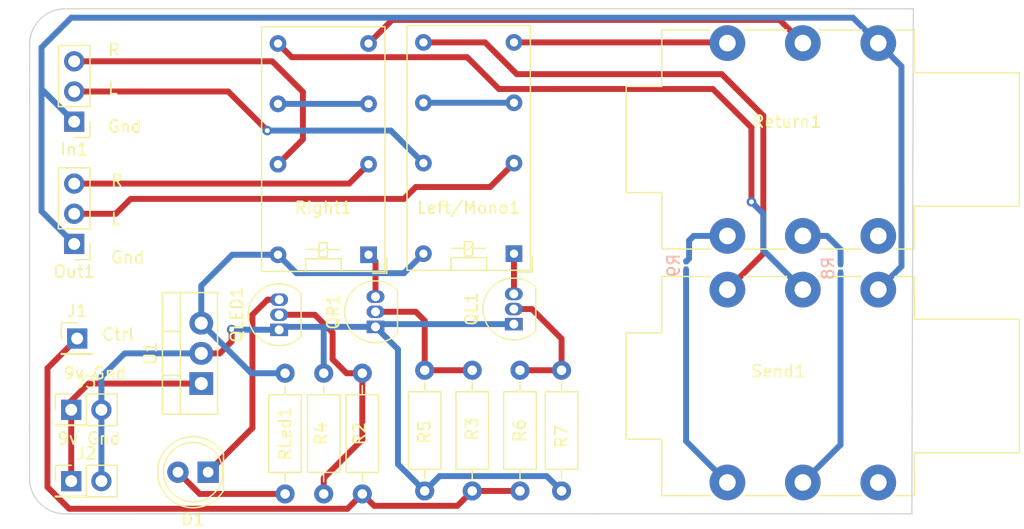
<source format=kicad_pcb>
(kicad_pcb (version 20221018) (generator pcbnew)
  (layers (0 "F.Cu" signal) (31 "B.Cu" signal) (34 "B.Paste" user) (35 "F.Paste" user) (36 "B.SilkS" user "B.Silkscreen") (37 "F.SilkS" user "F.Silkscreen") (38 "B.Mask" user) (39 "F.Mask" user) (44 "Edge.Cuts" user))
  (net 0 "")
  (net 1 "/Control")
  (net 2 "/9V")
  (net 3 "/Ctrl_GND")
  (net 4 "Net-(D1-K)")
  (net 5 "Net-(D1-A)")
  (net 6 "/R_in")
  (net 7 "/L_in")
  (net 8 "/Signal_Gnd")
  (net 9 "/R_out")
  (net 10 "/R_Return")
  (net 11 "/R_send")
  (net 12 "/5V")
  (net 13 "/L_out")
  (net 14 "/L_Return")
  (net 15 "/L_Send")
  (net 16 "Net-(R8-Pad1)")
  (net 17 "Net-(R8-Pad2)")
  (net 18 "Net-(R9-Pad1)")
  (net 19 "Net-(R9-Pad2)")
  (net 22 "Net-(Left/Mono1-Pad11)")
  (net 23 "Net-(Right1-Pad11)")
  (net 24 "Net-(QL1-D)")
  (net 25 "Net-(QL1-G)")
  (net 26 "Net-(QLED1-G)")
  (net 27 "Net-(QR1-G)")
  (net 28 "Net-(QR1-D)")
  (footprint "Connector_Audio:Jack_6.35mm_Neutrik_NMJ6HFD3_Horizontal" (layer "F.Cu") (at 169.475 80.385)
    (fp_text reference "Return1" (at 5.025 6.615) (layer "F.SilkS"))
    (fp_text value "AudioJack3_Switch")
    (fp_line (start -8.52 3.645) (end -5.52 3.645) (stroke (width 0.12)) (layer "F.SilkS"))
    (fp_line (start -8.52 12.545) (end -8.52 3.645) (stroke (width 0.12)) (layer "F.SilkS"))
    (fp_line (start -8.52 12.585) (end -5.52 12.585) (stroke (width 0.12)) (layer "F.SilkS"))
    (fp_line (start -5.52 -1.105) (end -1.4 -1.105) (stroke (width 0.12)) (layer "F.SilkS"))
    (fp_line (start -5.52 3.645) (end -5.52 -1.105) (stroke (width 0.12)) (layer "F.SilkS"))
    (fp_line (start -5.52 17.335) (end -5.52 12.585) (stroke (width 0.12)) (layer "F.SilkS"))
    (fp_line (start -1.4 17.335) (end -5.52 17.335) (stroke (width 0.12)) (layer "F.SilkS"))
    (fp_line (start 1.4 -1.105) (end 5 -1.105) (stroke (width 0.12)) (layer "F.SilkS"))
    (fp_line (start 5 17.335) (end 1.4 17.335) (stroke (width 0.12)) (layer "F.SilkS"))
    (fp_line (start 7.7 -1.105) (end 11.3 -1.105) (stroke (width 0.12)) (layer "F.SilkS"))
    (fp_line (start 11.3 17.335) (end 7.7 17.335) (stroke (width 0.12)) (layer "F.SilkS"))
    (fp_line (start 15.72 -1.105) (end 14.1 -1.105) (stroke (width 0.12)) (layer "F.SilkS"))
    (fp_line (start 15.72 2.495) (end 15.72 -1.105) (stroke (width 0.12)) (layer "F.SilkS"))
    (fp_line (start 15.72 2.495) (end 24.57 2.495) (stroke (width 0.12)) (layer "F.SilkS"))
    (fp_line (start 15.72 13.735) (end 24.57 13.735) (stroke (width 0.12)) (layer "F.SilkS"))
    (fp_line (start 15.72 17.335) (end 14.1 17.335) (stroke (width 0.12)) (layer "F.SilkS"))
    (fp_line (start 15.72 17.335) (end 15.72 13.735) (stroke (width 0.12)) (layer "F.SilkS"))
    (fp_line (start 24.57 13.735) (end 24.57 2.495) (stroke (width 0.12)) (layer "F.SilkS"))
    (pad "R" thru_hole circle (at 6.35 0) (size 3 3) (drill 1.4) (layers "*.Cu" "*.Mask") (net 10 "/R_Return"))
    (pad "RN" thru_hole circle (at 6.35 16.23) (size 3 3) (drill 1.4) (layers "*.Cu" "*.Mask") (net 16 "Net-(R8-Pad1)"))
    (pad "S" thru_hole circle (at 12.7 0) (size 3 3) (drill 1.4) (layers "*.Cu" "*.Mask") (net 8 "/Signal_Gnd"))
    (pad "SN" thru_hole circle (at 12.7 16.23) (size 3 3) (drill 1.4) (layers "*.Cu" "*.Mask"))
    (pad "T" thru_hole circle (at 0 0) (size 3 3) (drill 1.4) (layers "*.Cu" "*.Mask") (net 14 "/L_Return"))
    (pad "TN" thru_hole circle (at 0 16.23) (size 3 3) (drill 1.4) (layers "*.Cu" "*.Mask") (net 18 "Net-(R9-Pad1)"))
  )
  (footprint "Resistor_THT:R_Axial_DIN0207_L6.3mm_D2.5mm_P10.16mm_Horizontal" (layer "F.Cu") (at 155.52 107.92 -90)
    (fp_text reference "R7" (at 5.58 0.02 90) (layer "F.SilkS"))
    (fp_text value "R")
    (fp_line (start 1.04 0) (end 1.81 0) (stroke (width 0.12)) (layer "F.SilkS"))
    (fp_line (start 1.81 -1.37) (end 1.81 1.37) (stroke (width 0.12)) (layer "F.SilkS"))
    (fp_line (start 1.81 1.37) (end 8.35 1.37) (stroke (width 0.12)) (layer "F.SilkS"))
    (fp_line (start 8.35 -1.37) (end 1.81 -1.37) (stroke (width 0.12)) (layer "F.SilkS"))
    (fp_line (start 8.35 1.37) (end 8.35 -1.37) (stroke (width 0.12)) (layer "F.SilkS"))
    (fp_line (start 9.12 0) (end 8.35 0) (stroke (width 0.12)) (layer "F.SilkS"))
    (pad "1" thru_hole circle (at 0 0 270) (size 1.6 1.6) (drill 0.8) (layers "*.Cu" "*.Mask") (net 25 "Net-(QL1-G)"))
    (pad "2" thru_hole oval (at 10.16 0 270) (size 1.6 1.6) (drill 0.8) (layers "*.Cu" "*.Mask") (net 3 "/Ctrl_GND"))
  )
  (footprint "Package_TO_SOT_THT:TO-92_Inline" (layer "F.Cu") (at 151.5 104.04 90)
    (fp_text reference "QL1" (at 1.27 -3.56 90) (layer "F.SilkS"))
    (fp_text value "2N7000")
    (fp_line (start -0.53 1.85) (end 3.07 1.85) (stroke (width 0.12)) (layer "F.SilkS"))
    (fp_arc (start -0.568478 1.838478) (mid -1.132087 -0.994977) (end 1.27 -2.6) (stroke (width 0.12)) (layer "F.SilkS"))
    (fp_arc (start 1.27 -2.6) (mid 3.672087 -0.994977) (end 3.108478 1.838478) (stroke (width 0.12)) (layer "F.SilkS"))
    (pad "1" thru_hole rect (at 0 0 90) (size 1.05 1.5) (drill 0.75) (layers "*.Cu" "*.Mask") (net 3 "/Ctrl_GND"))
    (pad "2" thru_hole oval (at 1.27 0 90) (size 1.05 1.5) (drill 0.75) (layers "*.Cu" "*.Mask") (net 25 "Net-(QL1-G)"))
    (pad "3" thru_hole oval (at 2.54 0 90) (size 1.05 1.5) (drill 0.75) (layers "*.Cu" "*.Mask") (net 24 "Net-(QL1-D)"))
  )
  (footprint "Resistor_THT:R_Axial_DIN0207_L6.3mm_D2.5mm_P10.16mm_Horizontal" (layer "F.Cu") (at 135.5 118.33 90)
    (fp_text reference "R4" (at 5.08 -0.25 90) (layer "F.SilkS"))
    (fp_text value "R")
    (fp_line (start 1.04 0) (end 1.81 0) (stroke (width 0.12)) (layer "F.SilkS"))
    (fp_line (start 1.81 -1.37) (end 1.81 1.37) (stroke (width 0.12)) (layer "F.SilkS"))
    (fp_line (start 1.81 1.37) (end 8.35 1.37) (stroke (width 0.12)) (layer "F.SilkS"))
    (fp_line (start 8.35 -1.37) (end 1.81 -1.37) (stroke (width 0.12)) (layer "F.SilkS"))
    (fp_line (start 8.35 1.37) (end 8.35 -1.37) (stroke (width 0.12)) (layer "F.SilkS"))
    (fp_line (start 9.12 0) (end 8.35 0) (stroke (width 0.12)) (layer "F.SilkS"))
    (pad "1" thru_hole circle (at 0 0 90) (size 1.6 1.6) (drill 0.8) (layers "*.Cu" "*.Mask") (net 26 "Net-(QLED1-G)"))
    (pad "2" thru_hole oval (at 10.16 0 90) (size 1.6 1.6) (drill 0.8) (layers "*.Cu" "*.Mask") (net 3 "/Ctrl_GND"))
  )
  (footprint "Resistor_THT:R_Axial_DIN0207_L6.3mm_D2.5mm_P10.16mm_Horizontal" (layer "F.Cu") (at 144 107.92 -90)
    (fp_text reference "R5" (at 5.19 0.02 90) (layer "F.SilkS"))
    (fp_text value "R")
    (fp_line (start 1.04 0) (end 1.81 0) (stroke (width 0.12)) (layer "F.SilkS"))
    (fp_line (start 1.81 -1.37) (end 1.81 1.37) (stroke (width 0.12)) (layer "F.SilkS"))
    (fp_line (start 1.81 1.37) (end 8.35 1.37) (stroke (width 0.12)) (layer "F.SilkS"))
    (fp_line (start 8.35 -1.37) (end 1.81 -1.37) (stroke (width 0.12)) (layer "F.SilkS"))
    (fp_line (start 8.35 1.37) (end 8.35 -1.37) (stroke (width 0.12)) (layer "F.SilkS"))
    (fp_line (start 9.12 0) (end 8.35 0) (stroke (width 0.12)) (layer "F.SilkS"))
    (pad "1" thru_hole circle (at 0 0 270) (size 1.6 1.6) (drill 0.8) (layers "*.Cu" "*.Mask") (net 27 "Net-(QR1-G)"))
    (pad "2" thru_hole oval (at 10.16 0 270) (size 1.6 1.6) (drill 0.8) (layers "*.Cu" "*.Mask") (net 3 "/Ctrl_GND"))
  )
  (footprint "LED_THT:LED_D5.0mm" (layer "F.Cu") (at 125.775 116.5 180)
    (fp_text reference "D1" (at 1.27 -3.96) (layer "F.SilkS"))
    (fp_text value "LED")
    (fp_line (start -1.29 -1.545) (end -1.29 1.545) (stroke (width 0.12)) (layer "F.SilkS"))
    (fp_arc (start -1.29 -1.54483) (mid 2.072002 -2.880433) (end 4.26 0.000462) (stroke (width 0.12)) (layer "F.SilkS"))
    (fp_arc (start 4.26 -0.000462) (mid 2.072002 2.880433) (end -1.29 1.54483) (stroke (width 0.12)) (layer "F.SilkS"))
    (fp_circle (center 1.27 0) (end 3.77 0) (stroke (width 0.12)) (fill none) (layer "F.SilkS"))
    (pad "1" thru_hole rect (at 0 0 180) (size 1.8 1.8) (drill 0.9) (layers "*.Cu" "*.Mask") (net 4 "Net-(D1-K)"))
    (pad "2" thru_hole circle (at 2.54 0 180) (size 1.8 1.8) (drill 0.9) (layers "*.Cu" "*.Mask") (net 5 "Net-(D1-A)"))
  )
  (footprint "Package_TO_SOT_THT:TO-92_Inline" (layer "F.Cu") (at 139.86 104.27 90)
    (fp_text reference "QR1" (at 1.27 -3.56 90) (layer "F.SilkS"))
    (fp_text value "2N7000")
    (fp_line (start -0.53 1.85) (end 3.07 1.85) (stroke (width 0.12)) (layer "F.SilkS"))
    (fp_arc (start -0.568478 1.838478) (mid -1.132087 -0.994977) (end 1.27 -2.6) (stroke (width 0.12)) (layer "F.SilkS"))
    (fp_arc (start 1.27 -2.6) (mid 3.672087 -0.994977) (end 3.108478 1.838478) (stroke (width 0.12)) (layer "F.SilkS"))
    (pad "1" thru_hole rect (at 0 0 90) (size 1.05 1.5) (drill 0.75) (layers "*.Cu" "*.Mask") (net 3 "/Ctrl_GND"))
    (pad "2" thru_hole oval (at 1.27 0 90) (size 1.05 1.5) (drill 0.75) (layers "*.Cu" "*.Mask") (net 27 "Net-(QR1-G)"))
    (pad "3" thru_hole oval (at 2.54 0 90) (size 1.05 1.5) (drill 0.75) (layers "*.Cu" "*.Mask") (net 28 "Net-(QR1-D)"))
  )
  (footprint "Resistor_THT:R_Axial_DIN0207_L6.3mm_D2.5mm_P10.16mm_Horizontal" (layer "F.Cu") (at 148 118.08 90)
    (fp_text reference "R3" (at 5.22 -0.02 90) (layer "F.SilkS"))
    (fp_text value "R")
    (fp_line (start 1.04 0) (end 1.81 0) (stroke (width 0.12)) (layer "F.SilkS"))
    (fp_line (start 1.81 -1.37) (end 1.81 1.37) (stroke (width 0.12)) (layer "F.SilkS"))
    (fp_line (start 1.81 1.37) (end 8.35 1.37) (stroke (width 0.12)) (layer "F.SilkS"))
    (fp_line (start 8.35 -1.37) (end 1.81 -1.37) (stroke (width 0.12)) (layer "F.SilkS"))
    (fp_line (start 8.35 1.37) (end 8.35 -1.37) (stroke (width 0.12)) (layer "F.SilkS"))
    (fp_line (start 9.12 0) (end 8.35 0) (stroke (width 0.12)) (layer "F.SilkS"))
    (pad "1" thru_hole circle (at 0 0 90) (size 1.6 1.6) (drill 0.8) (layers "*.Cu" "*.Mask") (net 1 "/Control"))
    (pad "2" thru_hole oval (at 10.16 0 90) (size 1.6 1.6) (drill 0.8) (layers "*.Cu" "*.Mask") (net 27 "Net-(QR1-G)"))
  )
  (footprint "Connector_PinHeader_2.54mm:PinHeader_2x01_P2.54mm_Vertical" (layer "F.Cu") (at 114.25 111.25)
    (fp_text reference "J3" (at 1.27 -2.33) (layer "F.SilkS"))
    (fp_text value "Conn_01x02_Pin")
    (fp_line (start -1.33 -1.33) (end 0 -1.33) (stroke (width 0.12)) (layer "F.SilkS"))
    (fp_line (start -1.33 0) (end -1.33 -1.33) (stroke (width 0.12)) (layer "F.SilkS"))
    (fp_line (start -1.33 1.27) (end -1.33 1.33) (stroke (width 0.12)) (layer "F.SilkS"))
    (fp_line (start -1.33 1.27) (end 1.27 1.27) (stroke (width 0.12)) (layer "F.SilkS"))
    (fp_line (start -1.33 1.33) (end 3.87 1.33) (stroke (width 0.12)) (layer "F.SilkS"))
    (fp_line (start 1.27 -1.33) (end 3.87 -1.33) (stroke (width 0.12)) (layer "F.SilkS"))
    (fp_line (start 1.27 1.27) (end 1.27 -1.33) (stroke (width 0.12)) (layer "F.SilkS"))
    (fp_line (start 3.87 -1.33) (end 3.87 1.33) (stroke (width 0.12)) (layer "F.SilkS"))
    (pad "1" thru_hole rect (at 0 0) (size 1.7 1.7) (drill 1) (layers "*.Cu" "*.Mask") (net 2 "/9V"))
    (pad "2" thru_hole oval (at 2.54 0) (size 1.7 1.7) (drill 1) (layers "*.Cu" "*.Mask") (net 3 "/Ctrl_GND"))
  )
  (footprint "Connector_Audio:Jack_6.35mm_Neutrik_NMJ6HFD3_Horizontal" (layer "F.Cu") (at 169.475 101.135)
    (fp_text reference "Send1" (at 4.275 6.865) (layer "F.SilkS"))
    (fp_text value "AudioJack3_Switch")
    (fp_line (start -8.52 3.645) (end -5.52 3.645) (stroke (width 0.12)) (layer "F.SilkS"))
    (fp_line (start -8.52 12.545) (end -8.52 3.645) (stroke (width 0.12)) (layer "F.SilkS"))
    (fp_line (start -8.52 12.585) (end -5.52 12.585) (stroke (width 0.12)) (layer "F.SilkS"))
    (fp_line (start -5.52 -1.105) (end -1.4 -1.105) (stroke (width 0.12)) (layer "F.SilkS"))
    (fp_line (start -5.52 3.645) (end -5.52 -1.105) (stroke (width 0.12)) (layer "F.SilkS"))
    (fp_line (start -5.52 17.335) (end -5.52 12.585) (stroke (width 0.12)) (layer "F.SilkS"))
    (fp_line (start -1.4 17.335) (end -5.52 17.335) (stroke (width 0.12)) (layer "F.SilkS"))
    (fp_line (start 1.4 -1.105) (end 5 -1.105) (stroke (width 0.12)) (layer "F.SilkS"))
    (fp_line (start 5 17.335) (end 1.4 17.335) (stroke (width 0.12)) (layer "F.SilkS"))
    (fp_line (start 7.7 -1.105) (end 11.3 -1.105) (stroke (width 0.12)) (layer "F.SilkS"))
    (fp_line (start 11.3 17.335) (end 7.7 17.335) (stroke (width 0.12)) (layer "F.SilkS"))
    (fp_line (start 15.72 -1.105) (end 14.1 -1.105) (stroke (width 0.12)) (layer "F.SilkS"))
    (fp_line (start 15.72 2.495) (end 15.72 -1.105) (stroke (width 0.12)) (layer "F.SilkS"))
    (fp_line (start 15.72 2.495) (end 24.57 2.495) (stroke (width 0.12)) (layer "F.SilkS"))
    (fp_line (start 15.72 13.735) (end 24.57 13.735) (stroke (width 0.12)) (layer "F.SilkS"))
    (fp_line (start 15.72 17.335) (end 14.1 17.335) (stroke (width 0.12)) (layer "F.SilkS"))
    (fp_line (start 15.72 17.335) (end 15.72 13.735) (stroke (width 0.12)) (layer "F.SilkS"))
    (fp_line (start 24.57 13.735) (end 24.57 2.495) (stroke (width 0.12)) (layer "F.SilkS"))
    (pad "R" thru_hole circle (at 6.35 0) (size 3 3) (drill 1.4) (layers "*.Cu" "*.Mask") (net 11 "/R_send"))
    (pad "RN" thru_hole circle (at 6.35 16.23) (size 3 3) (drill 1.4) (layers "*.Cu" "*.Mask") (net 17 "Net-(R8-Pad2)"))
    (pad "S" thru_hole circle (at 12.7 0) (size 3 3) (drill 1.4) (layers "*.Cu" "*.Mask") (net 8 "/Signal_Gnd"))
    (pad "SN" thru_hole circle (at 12.7 16.23) (size 3 3) (drill 1.4) (layers "*.Cu" "*.Mask"))
    (pad "T" thru_hole circle (at 0 0) (size 3 3) (drill 1.4) (layers "*.Cu" "*.Mask") (net 15 "/L_Send"))
    (pad "TN" thru_hole circle (at 0 16.23) (size 3 3) (drill 1.4) (layers "*.Cu" "*.Mask") (net 19 "Net-(R9-Pad2)"))
  )
  (footprint "Package_TO_SOT_THT:TO-92_Inline" (layer "F.Cu") (at 131.75 104.52 90)
    (fp_text reference "QLED1" (at 1.27 -3.56 90) (layer "F.SilkS"))
    (fp_text value "2N7000")
    (fp_line (start -0.53 1.85) (end 3.07 1.85) (stroke (width 0.12)) (layer "F.SilkS"))
    (fp_arc (start -0.568478 1.838478) (mid -1.132087 -0.994977) (end 1.27 -2.6) (stroke (width 0.12)) (layer "F.SilkS"))
    (fp_arc (start 1.27 -2.6) (mid 3.672087 -0.994977) (end 3.108478 1.838478) (stroke (width 0.12)) (layer "F.SilkS"))
    (pad "1" thru_hole rect (at 0 0 90) (size 1.05 1.5) (drill 0.75) (layers "*.Cu" "*.Mask") (net 3 "/Ctrl_GND"))
    (pad "2" thru_hole oval (at 1.27 0 90) (size 1.05 1.5) (drill 0.75) (layers "*.Cu" "*.Mask") (net 26 "Net-(QLED1-G)"))
    (pad "3" thru_hole oval (at 2.54 0 90) (size 1.05 1.5) (drill 0.75) (layers "*.Cu" "*.Mask") (net 4 "Net-(D1-K)"))
  )
  (footprint "Relay_THT:Relay_DPDT_Omron_G5V-2" (layer "F.Cu") (at 139.275 98.2 180)
    (fp_text reference "Right1" (at 3.81 3.95) (layer "F.SilkS"))
    (fp_text value "G5V-2")
    (fp_line (start -1.54 -1.55) (end -0.33 -1.55) (stroke (width 0.12)) (layer "F.SilkS"))
    (fp_line (start -1.54 -0.25) (end -1.54 -1.55) (stroke (width 0.12)) (layer "F.SilkS"))
    (fp_line (start -1.38 -1.4) (end -1.38 19.19) (stroke (width 0.12)) (layer "F.SilkS"))
    (fp_line (start -1.38 19.19) (end 9 19.19) (stroke (width 0.12)) (layer "F.SilkS"))
    (fp_line (start 2.3 -1.4) (end 2.3 -0.36) (stroke (width 0.12)) (layer "F.SilkS"))
    (fp_line (start 2.3 -0.34) (end 5.3 -0.34) (stroke (width 0.12)) (layer "F.SilkS"))
    (fp_line (start 3.47 -0.19) (end 3.47 1.01) (stroke (width 0.12)) (layer "F.SilkS"))
    (fp_line (start 3.47 0.44) (end 2.37 0.44) (stroke (width 0.12)) (layer "F.SilkS"))
    (fp_line (start 3.47 0.61) (end 4.17 0.21) (stroke (width 0.12)) (layer "F.SilkS"))
    (fp_line (start 3.47 1.01) (end 4.17 1.01) (stroke (width 0.12)) (layer "F.SilkS"))
    (fp_line (start 4.17 -0.19) (end 3.47 -0.19) (stroke (width 0.12)) (layer "F.SilkS"))
    (fp_line (start 4.17 0.44) (end 5.27 0.44) (stroke (width 0.12)) (layer "F.SilkS"))
    (fp_line (start 4.17 1.01) (end 4.17 -0.19) (stroke (width 0.12)) (layer "F.SilkS"))
    (fp_line (start 5.3 -0.34) (end 5.3 -1.4) (stroke (width 0.12)) (layer "F.SilkS"))
    (fp_line (start 9 -1.4) (end -1.38 -1.4) (stroke (width 0.12)) (layer "F.SilkS"))
    (fp_line (start 9 19.19) (end 9 -1.4) (stroke (width 0.12)) (layer "F.SilkS"))
    (pad "1" thru_hole rect (at 0 0 180) (size 1.4 1.4) (drill 0.7) (layers "*.Cu" "*.Mask") (net 28 "Net-(QR1-D)"))
    (pad "4" thru_hole circle (at 0 7.62 180) (size 1.4 1.4) (drill 0.7) (layers "*.Cu" "*.Mask") (net 9 "/R_out"))
    (pad "6" thru_hole circle (at 0 12.7 180) (size 1.4 1.4) (drill 0.7) (layers "*.Cu" "*.Mask") (net 23 "Net-(Right1-Pad11)"))
    (pad "8" thru_hole circle (at 0 17.78 180) (size 1.4 1.4) (drill 0.7) (layers "*.Cu" "*.Mask") (net 10 "/R_Return"))
    (pad "9" thru_hole circle (at 7.62 17.78 180) (size 1.4 1.4) (drill 0.7) (layers "*.Cu" "*.Mask") (net 11 "/R_send"))
    (pad "11" thru_hole circle (at 7.62 12.7 180) (size 1.4 1.4) (drill 0.7) (layers "*.Cu" "*.Mask") (net 23 "Net-(Right1-Pad11)"))
    (pad "13" thru_hole circle (at 7.62 7.62 180) (size 1.4 1.4) (drill 0.7) (layers "*.Cu" "*.Mask") (net 6 "/R_in"))
    (pad "16" thru_hole circle (at 7.62 0 180) (size 1.4 1.4) (drill 0.7) (layers "*.Cu" "*.Mask") (net 12 "/5V"))
  )
  (footprint "Resistor_THT:R_Axial_DIN0207_L6.3mm_D2.5mm_P10.16mm_Horizontal" (layer "F.Cu") (at 138.75 118.33 90)
    (fp_text reference "R2" (at 5.08 -0.25 90) (layer "F.SilkS"))
    (fp_text value "R")
    (fp_line (start 1.04 0) (end 1.81 0) (stroke (width 0.12)) (layer "F.SilkS"))
    (fp_line (start 1.81 -1.37) (end 1.81 1.37) (stroke (width 0.12)) (layer "F.SilkS"))
    (fp_line (start 1.81 1.37) (end 8.35 1.37) (stroke (width 0.12)) (layer "F.SilkS"))
    (fp_line (start 8.35 -1.37) (end 1.81 -1.37) (stroke (width 0.12)) (layer "F.SilkS"))
    (fp_line (start 8.35 1.37) (end 8.35 -1.37) (stroke (width 0.12)) (layer "F.SilkS"))
    (fp_line (start 9.12 0) (end 8.35 0) (stroke (width 0.12)) (layer "F.SilkS"))
    (pad "1" thru_hole circle (at 0 0 90) (size 1.6 1.6) (drill 0.8) (layers "*.Cu" "*.Mask") (net 1 "/Control"))
    (pad "2" thru_hole oval (at 10.16 0 90) (size 1.6 1.6) (drill 0.8) (layers "*.Cu" "*.Mask") (net 26 "Net-(QLED1-G)"))
  )
  (footprint "Resistor_THT:R_Axial_DIN0207_L6.3mm_D2.5mm_P10.16mm_Horizontal" (layer "F.Cu") (at 132.25 108.17 -90)
    (fp_text reference "RLed1" (at 5.08 0 90) (layer "F.SilkS"))
    (fp_text value "R")
    (fp_line (start 1.04 0) (end 1.81 0) (stroke (width 0.12)) (layer "F.SilkS"))
    (fp_line (start 1.81 -1.37) (end 1.81 1.37) (stroke (width 0.12)) (layer "F.SilkS"))
    (fp_line (start 1.81 1.37) (end 8.35 1.37) (stroke (width 0.12)) (layer "F.SilkS"))
    (fp_line (start 8.35 -1.37) (end 1.81 -1.37) (stroke (width 0.12)) (layer "F.SilkS"))
    (fp_line (start 8.35 1.37) (end 8.35 -1.37) (stroke (width 0.12)) (layer "F.SilkS"))
    (fp_line (start 9.12 0) (end 8.35 0) (stroke (width 0.12)) (layer "F.SilkS"))
    (pad "1" thru_hole circle (at 0 0 270) (size 1.6 1.6) (drill 0.8) (layers "*.Cu" "*.Mask") (net 12 "/5V"))
    (pad "2" thru_hole oval (at 10.16 0 270) (size 1.6 1.6) (drill 0.8) (layers "*.Cu" "*.Mask") (net 5 "Net-(D1-A)"))
  )
  (footprint "Relay_THT:Relay_DPDT_Omron_G5V-2" (layer "F.Cu") (at 151.5125 98.1075 180)
    (fp_text reference "Left/Mono1" (at 3.81 3.8575) (layer "F.SilkS"))
    (fp_text value "G5V-2")
    (fp_line (start -1.54 -1.55) (end -0.33 -1.55) (stroke (width 0.12)) (layer "F.SilkS"))
    (fp_line (start -1.54 -0.25) (end -1.54 -1.55) (stroke (width 0.12)) (layer "F.SilkS"))
    (fp_line (start -1.38 -1.4) (end -1.38 19.19) (stroke (width 0.12)) (layer "F.SilkS"))
    (fp_line (start -1.38 19.19) (end 9 19.19) (stroke (width 0.12)) (layer "F.SilkS"))
    (fp_line (start 2.3 -1.4) (end 2.3 -0.36) (stroke (width 0.12)) (layer "F.SilkS"))
    (fp_line (start 2.3 -0.34) (end 5.3 -0.34) (stroke (width 0.12)) (layer "F.SilkS"))
    (fp_line (start 3.47 -0.19) (end 3.47 1.01) (stroke (width 0.12)) (layer "F.SilkS"))
    (fp_line (start 3.47 0.44) (end 2.37 0.44) (stroke (width 0.12)) (layer "F.SilkS"))
    (fp_line (start 3.47 0.61) (end 4.17 0.21) (stroke (width 0.12)) (layer "F.SilkS"))
    (fp_line (start 3.47 1.01) (end 4.17 1.01) (stroke (width 0.12)) (layer "F.SilkS"))
    (fp_line (start 4.17 -0.19) (end 3.47 -0.19) (stroke (width 0.12)) (layer "F.SilkS"))
    (fp_line (start 4.17 0.44) (end 5.27 0.44) (stroke (width 0.12)) (layer "F.SilkS"))
    (fp_line (start 4.17 1.01) (end 4.17 -0.19) (stroke (width 0.12)) (layer "F.SilkS"))
    (fp_line (start 5.3 -0.34) (end 5.3 -1.4) (stroke (width 0.12)) (layer "F.SilkS"))
    (fp_line (start 9 -1.4) (end -1.38 -1.4) (stroke (width 0.12)) (layer "F.SilkS"))
    (fp_line (start 9 19.19) (end 9 -1.4) (stroke (width 0.12)) (layer "F.SilkS"))
    (pad "1" thru_hole rect (at 0 0 180) (size 1.4 1.4) (drill 0.7) (layers "*.Cu" "*.Mask") (net 24 "Net-(QL1-D)"))
    (pad "4" thru_hole circle (at 0 7.62 180) (size 1.4 1.4) (drill 0.7) (layers "*.Cu" "*.Mask") (net 13 "/L_out"))
    (pad "6" thru_hole circle (at 0 12.7 180) (size 1.4 1.4) (drill 0.7) (layers "*.Cu" "*.Mask") (net 22 "Net-(Left/Mono1-Pad11)"))
    (pad "8" thru_hole circle (at 0 17.78 180) (size 1.4 1.4) (drill 0.7) (layers "*.Cu" "*.Mask") (net 14 "/L_Return"))
    (pad "9" thru_hole circle (at 7.62 17.78 180) (size 1.4 1.4) (drill 0.7) (layers "*.Cu" "*.Mask") (net 15 "/L_Send"))
    (pad "11" thru_hole circle (at 7.62 12.7 180) (size 1.4 1.4) (drill 0.7) (layers "*.Cu" "*.Mask") (net 22 "Net-(Left/Mono1-Pad11)"))
    (pad "13" thru_hole circle (at 7.62 7.62 180) (size 1.4 1.4) (drill 0.7) (layers "*.Cu" "*.Mask") (net 7 "/L_in"))
    (pad "16" thru_hole circle (at 7.62 0 180) (size 1.4 1.4) (drill 0.7) (layers "*.Cu" "*.Mask") (net 12 "/5V"))
  )
  (footprint "Package_TO_SOT_THT:TO-220-3_Vertical" (layer "F.Cu") (at 125.195 109.04 90)
    (fp_text reference "U1" (at 2.54 -4.27 90) (layer "F.SilkS"))
    (fp_text value "L7805")
    (fp_line (start -2.58 -3.27) (end -2.58 1.371) (stroke (width 0.12)) (layer "F.SilkS"))
    (fp_line (start -2.58 -3.27) (end 7.66 -3.27) (stroke (width 0.12)) (layer "F.SilkS"))
    (fp_line (start -2.58 -1.76) (end 7.66 -1.76) (stroke (width 0.12)) (layer "F.SilkS"))
    (fp_line (start -2.58 1.371) (end 7.66 1.371) (stroke (width 0.12)) (layer "F.SilkS"))
    (fp_line (start 0.69 -3.27) (end 0.69 -1.76) (stroke (width 0.12)) (layer "F.SilkS"))
    (fp_line (start 4.391 -3.27) (end 4.391 -1.76) (stroke (width 0.12)) (layer "F.SilkS"))
    (fp_line (start 7.66 -3.27) (end 7.66 1.371) (stroke (width 0.12)) (layer "F.SilkS"))
    (pad "1" thru_hole rect (at 0 0 90) (size 1.905 2) (drill 1.1) (layers "*.Cu" "*.Mask") (net 2 "/9V"))
    (pad "2" thru_hole oval (at 2.54 0 90) (size 1.905 2) (drill 1.1) (layers "*.Cu" "*.Mask") (net 3 "/Ctrl_GND"))
    (pad "3" thru_hole oval (at 5.08 0 90) (size 1.905 2) (drill 1.1) (layers "*.Cu" "*.Mask") (net 12 "/5V"))
  )
  (footprint "Connector_PinHeader_2.54mm:PinHeader_1x03_P2.54mm_Vertical" (layer "F.Cu") (at 114.5 87 180)
    (fp_text reference "In1" (at 0 -2.33) (layer "F.SilkS"))
    (fp_text value "Conn_01x03_Pin")
    (fp_line (start -1.33 -1.33) (end 0 -1.33) (stroke (width 0.12)) (layer "F.SilkS"))
    (fp_line (start -1.33 0) (end -1.33 -1.33) (stroke (width 0.12)) (layer "F.SilkS"))
    (fp_line (start -1.33 1.27) (end -1.33 6.41) (stroke (width 0.12)) (layer "F.SilkS"))
    (fp_line (start -1.33 1.27) (end 1.33 1.27) (stroke (width 0.12)) (layer "F.SilkS"))
    (fp_line (start -1.33 6.41) (end 1.33 6.41) (stroke (width 0.12)) (layer "F.SilkS"))
    (fp_line (start 1.33 1.27) (end 1.33 6.41) (stroke (width 0.12)) (layer "F.SilkS"))
    (pad "1" thru_hole rect (at 0 0 180) (size 1.7 1.7) (drill 1) (layers "*.Cu" "*.Mask") (net 8 "/Signal_Gnd"))
    (pad "2" thru_hole oval (at 0 2.54 180) (size 1.7 1.7) (drill 1) (layers "*.Cu" "*.Mask") (net 7 "/L_in"))
    (pad "3" thru_hole oval (at 0 5.08 180) (size 1.7 1.7) (drill 1) (layers "*.Cu" "*.Mask") (net 6 "/R_in"))
  )
  (footprint "Connector_PinHeader_2.54mm:PinHeader_1x01_P2.54mm_Vertical" (layer "F.Cu") (at 114.75 105.25)
    (fp_text reference "J1" (at 0 -2.33) (layer "F.SilkS"))
    (fp_text value "Conn_01x01_Pin")
    (fp_line (start -1.33 -1.33) (end 0 -1.33) (stroke (width 0.12)) (layer "F.SilkS"))
    (fp_line (start -1.33 0) (end -1.33 -1.33) (stroke (width 0.12)) (layer "F.SilkS"))
    (fp_line (start -1.33 1.27) (end -1.33 1.33) (stroke (width 0.12)) (layer "F.SilkS"))
    (fp_line (start -1.33 1.27) (end 1.33 1.27) (stroke (width 0.12)) (layer "F.SilkS"))
    (fp_line (start -1.33 1.33) (end 1.33 1.33) (stroke (width 0.12)) (layer "F.SilkS"))
    (fp_line (start 1.33 1.27) (end 1.33 1.33) (stroke (width 0.12)) (layer "F.SilkS"))
    (pad "1" thru_hole rect (at 0 0) (size 1.7 1.7) (drill 1) (layers "*.Cu" "*.Mask") (net 1 "/Control"))
  )
  (footprint "Resistor_THT:R_Axial_DIN0207_L6.3mm_D2.5mm_P10.16mm_Horizontal" (layer "F.Cu") (at 152.02 118.08 90)
    (fp_text reference "R6" (at 5.08 -0.02 90) (layer "F.SilkS"))
    (fp_text value "R")
    (fp_line (start 1.04 0) (end 1.81 0) (stroke (width 0.12)) (layer "F.SilkS"))
    (fp_line (start 1.81 -1.37) (end 1.81 1.37) (stroke (width 0.12)) (layer "F.SilkS"))
    (fp_line (start 1.81 1.37) (end 8.35 1.37) (stroke (width 0.12)) (layer "F.SilkS"))
    (fp_line (start 8.35 -1.37) (end 1.81 -1.37) (stroke (width 0.12)) (layer "F.SilkS"))
    (fp_line (start 8.35 1.37) (end 8.35 -1.37) (stroke (width 0.12)) (layer "F.SilkS"))
    (fp_line (start 9.12 0) (end 8.35 0) (stroke (width 0.12)) (layer "F.SilkS"))
    (pad "1" thru_hole circle (at 0 0 90) (size 1.6 1.6) (drill 0.8) (layers "*.Cu" "*.Mask") (net 1 "/Control"))
    (pad "2" thru_hole oval (at 10.16 0 90) (size 1.6 1.6) (drill 0.8) (layers "*.Cu" "*.Mask") (net 25 "Net-(QL1-G)"))
  )
  (footprint "Connector_PinHeader_2.54mm:PinHeader_2x01_P2.54mm_Vertical" (layer "F.Cu") (at 114.25 117.25)
    (fp_text reference "J2" (at 1.27 -2.33) (layer "F.SilkS"))
    (fp_text value "Conn_01x02_Pin")
    (fp_line (start -1.33 -1.33) (end 0 -1.33) (stroke (width 0.12)) (layer "F.SilkS"))
    (fp_line (start -1.33 0) (end -1.33 -1.33) (stroke (width 0.12)) (layer "F.SilkS"))
    (fp_line (start -1.33 1.27) (end -1.33 1.33) (stroke (width 0.12)) (layer "F.SilkS"))
    (fp_line (start -1.33 1.27) (end 1.27 1.27) (stroke (width 0.12)) (layer "F.SilkS"))
    (fp_line (start -1.33 1.33) (end 3.87 1.33) (stroke (width 0.12)) (layer "F.SilkS"))
    (fp_line (start 1.27 -1.33) (end 3.87 -1.33) (stroke (width 0.12)) (layer "F.SilkS"))
    (fp_line (start 1.27 1.27) (end 1.27 -1.33) (stroke (width 0.12)) (layer "F.SilkS"))
    (fp_line (start 3.87 -1.33) (end 3.87 1.33) (stroke (width 0.12)) (layer "F.SilkS"))
    (pad "1" thru_hole rect (at 0 0) (size 1.7 1.7) (drill 1) (layers "*.Cu" "*.Mask") (net 2 "/9V"))
    (pad "2" thru_hole oval (at 2.54 0) (size 1.7 1.7) (drill 1) (layers "*.Cu" "*.Mask") (net 3 "/Ctrl_GND"))
  )
  (footprint "Connector_PinHeader_2.54mm:PinHeader_1x03_P2.54mm_Vertical" (layer "F.Cu") (at 114.5 97.29 180)
    (fp_text reference "Out1" (at 0 -2.33) (layer "F.SilkS"))
    (fp_text value "Conn_01x03_Pin")
    (fp_line (start -1.33 -1.33) (end 0 -1.33) (stroke (width 0.12)) (layer "F.SilkS"))
    (fp_line (start -1.33 0) (end -1.33 -1.33) (stroke (width 0.12)) (layer "F.SilkS"))
    (fp_line (start -1.33 1.27) (end -1.33 6.41) (stroke (width 0.12)) (layer "F.SilkS"))
    (fp_line (start -1.33 1.27) (end 1.33 1.27) (stroke (width 0.12)) (layer "F.SilkS"))
    (fp_line (start -1.33 6.41) (end 1.33 6.41) (stroke (width 0.12)) (layer "F.SilkS"))
    (fp_line (start 1.33 1.27) (end 1.33 6.41) (stroke (width 0.12)) (layer "F.SilkS"))
    (pad "1" thru_hole rect (at 0 0 180) (size 1.7 1.7) (drill 1) (layers "*.Cu" "*.Mask") (net 8 "/Signal_Gnd"))
    (pad "2" thru_hole oval (at 0 2.54 180) (size 1.7 1.7) (drill 1) (layers "*.Cu" "*.Mask") (net 13 "/L_out"))
    (pad "3" thru_hole oval (at 0 5.08 180) (size 1.7 1.7) (drill 1) (layers "*.Cu" "*.Mask") (net 9 "/R_out"))
  )
  (footprint "Resistor_SMD:R_0201_0603Metric" (layer "B.Cu") (at 166 99.095 -90)
    (fp_text reference "R9" (at 0 1.05 90) (layer "B.SilkS") (effects (justify mirror)))
    (fp_text value "R")
    (pad "1" smd roundrect (at -0.32 0 270) (size 0.46 0.4) (layers "B.Cu" "B.Mask") (net 18 "Net-(R9-Pad1)"))
    (pad "2" smd roundrect (at 0.32 0 270) (size 0.46 0.4) (layers "B.Cu" "B.Mask") (net 19 "Net-(R9-Pad2)"))
  )
  (footprint "Resistor_SMD:R_0201_0603Metric" (layer "B.Cu") (at 179 99.345 -90)
    (fp_text reference "R8" (at 0 1.05 90) (layer "B.SilkS") (effects (justify mirror)))
    (fp_text value "R")
    (pad "1" smd roundrect (at -0.32 0 270) (size 0.46 0.4) (layers "B.Cu" "B.Mask") (net 16 "Net-(R8-Pad1)"))
    (pad "2" smd roundrect (at 0.32 0 270) (size 0.46 0.4) (layers "B.Cu" "B.Mask") (net 17 "Net-(R8-Pad2)"))
  )
  (gr_line (start 185.000001 120) (end 113.749999 120.010398) (stroke (width 0.1)) (layer "Edge.Cuts"))
  (gr_arc (start 110.749999 80.499999) (mid 111.628679 78.378679) (end 113.749999 77.499999) (stroke (width 0.1)) (layer "Edge.Cuts"))
  (gr_line (start 185.125 77.5) (end 185.000001 120) (stroke (width 0.1)) (layer "Edge.Cuts"))
  (gr_line (start 113.874999 77.499999) (end 185.125 77.5) (stroke (width 0.1)) (layer "Edge.Cuts"))
  (gr_arc (start 113.749999 120.010398) (mid 111.621327 119.128673) (end 110.739602 117.000001) (stroke (width 0.1)) (layer "Edge.Cuts"))
  (gr_line (start 110.739602 117.000001) (end 110.749999 80.499999) (stroke (width 0.1)) (layer "Edge.Cuts"))
  (gr_text "9v Gnd" (at 113.5 108.75) (layer "F.SilkS") (effects (font (size 1 1)) (justify left bottom)))
  (gr_text "R\n\nL\n\nGnd\n" (at 117.25 88) (layer "F.SilkS") (effects (font (size 1 1)) (justify left bottom)))
  (gr_text "9v Gnd" (at 113 114.25) (layer "F.SilkS") (effects (font (size 1 1)) (justify left bottom)))
  (gr_text "Ctrl\n" (at 116.75 105.5) (layer "F.SilkS") (effects (font (size 1 1)) (justify left bottom)))
  (gr_text "R\n\nL\n\nGnd\n" (at 117.5 99) (layer "F.SilkS") (effects (font (size 1 1)) (justify left bottom)))
  (segment (start 139.75 119.33) (end 138.75 118.33) (width 0.5) (layer "F.Cu") (net 1))
  (segment (start 148 118.08) (end 146.75 119.33) (width 0.5) (layer "F.Cu") (net 1))
  (segment (start 152.02 118.08) (end 148 118.08) (width 0.5) (layer "F.Cu") (net 1))
  (segment (start 114.08 119.58) (end 112.25 117.75) (width 0.5) (layer "F.Cu") (net 1))
  (segment (start 146.75 119.33) (end 139.75 119.33) (width 0.5) (layer "F.Cu") (net 1))
  (segment (start 138.75 118.33) (end 137.5 119.58) (width 0.5) (layer "F.Cu") (net 1))
  (segment (start 137.5 119.58) (end 114.08 119.58) (width 0.5) (layer "F.Cu") (net 1))
  (segment (start 112.25 117.75) (end 112.25 107.75) (width 0.5) (layer "F.Cu") (net 1))
  (segment (start 112.25 107.75) (end 114.75 105.25) (width 0.5) (layer "F.Cu") (net 1))
  (segment (start 125.195 109.04) (end 115.71 109.04) (width 0.5) (layer "F.Cu") (net 2))
  (segment (start 115.71 109.04) (end 114.25 110.5) (width 0.5) (layer "F.Cu") (net 2))
  (segment (start 114.25 110.5) (end 114.25 111.25) (width 0.5) (layer "F.Cu") (net 2))
  (segment (start 114.25 111.25) (end 114.25 117.25) (width 0.5) (layer "F.Cu") (net 2))
  (segment (start 127.75 105.5) (end 127.75 104.5) (width 0.5) (layer "F.Cu") (net 3))
  (segment (start 126.75 106.5) (end 127.75 105.5) (width 0.5) (layer "F.Cu") (net 3))
  (segment (start 125.195 106.5) (end 126.75 106.5) (width 0.5) (layer "F.Cu") (net 3))
  (via (at 127.75 104.5) (size 0.8) (drill 0.4) (layers "F.Cu" "B.Cu") (net 3))
  (segment (start 141.75 106.16) (end 141.75 115.83) (width 0.5) (layer "B.Cu") (net 3))
  (segment (start 131.75 104.52) (end 127.75 104.5) (width 0.5) (layer "B.Cu") (net 3))
  (segment (start 118.75 106.5) (end 125.195 106.5) (width 0.5) (layer "B.Cu") (net 3))
  (segment (start 127.75 104.5) (end 127.77 104.52) (width 0.5) (layer "B.Cu") (net 3))
  (segment (start 116.79 108.46) (end 118.75 106.5) (width 0.5) (layer "B.Cu") (net 3))
  (segment (start 116.79 111.25) (end 116.79 108.46) (width 0.5) (layer "B.Cu") (net 3))
  (segment (start 116.79 117.25) (end 116.79 111.25) (width 0.5) (layer "B.Cu") (net 3))
  (segment (start 154.27 116.83) (end 155.52 118.08) (width 0.5) (layer "B.Cu") (net 3))
  (segment (start 139.86 104.27) (end 135.5 104.27) (width 0.5) (layer "B.Cu") (net 3))
  (segment (start 151.5 104.04) (end 140.09 104.04) (width 0.5) (layer "B.Cu") (net 3))
  (segment (start 132 104.27) (end 131.75 104.52) (width 0.5) (layer "B.Cu") (net 3))
  (segment (start 140.09 104.04) (end 139.86 104.27) (width 0.5) (layer "B.Cu") (net 3))
  (segment (start 141.75 115.83) (end 144 118.08) (width 0.5) (layer "B.Cu") (net 3))
  (segment (start 144 118.08) (end 145.25 116.83) (width 0.5) (layer "B.Cu") (net 3))
  (segment (start 145.25 116.83) (end 154.27 116.83) (width 0.5) (layer "B.Cu") (net 3))
  (segment (start 135.5 104.27) (end 132 104.27) (width 0.5) (layer "B.Cu") (net 3))
  (segment (start 139.86 104.27) (end 141.75 106.16) (width 0.5) (layer "B.Cu") (net 3))
  (segment (start 135.5 108.17) (end 135.5 104.27) (width 0.5) (layer "B.Cu") (net 3))
  (segment (start 131.75 101.98) (end 130.77 101.98) (width 0.5) (layer "F.Cu") (net 4))
  (segment (start 129.5 112.775) (end 125.775 116.5) (width 0.5) (layer "F.Cu") (net 4))
  (segment (start 129.5 103.25) (end 129.5 112.775) (width 0.5) (layer "F.Cu") (net 4))
  (segment (start 130.77 101.98) (end 129.5 103.25) (width 0.5) (layer "F.Cu") (net 4))
  (segment (start 125.065 118.33) (end 123.235 116.5) (width 0.5) (layer "F.Cu") (net 5))
  (segment (start 132.25 118.33) (end 125.065 118.33) (width 0.5) (layer "F.Cu") (net 5))
  (segment (start 131.17 81.92) (end 133.75 84.5) (width 0.5) (layer "F.Cu") (net 6))
  (segment (start 133.75 88.485) (end 131.655 90.58) (width 0.5) (layer "F.Cu") (net 6))
  (segment (start 114.5 81.92) (end 131.17 81.92) (width 0.5) (layer "F.Cu") (net 6))
  (segment (start 133.75 84.5) (end 133.75 88.485) (width 0.5) (layer "F.Cu") (net 6))
  (segment (start 127.46 84.46) (end 130.75 87.75) (width 0.5) (layer "F.Cu") (net 7))
  (segment (start 114.5 84.46) (end 127.46 84.46) (width 0.5) (layer "F.Cu") (net 7))
  (via (at 130.75 87.75) (size 0.8) (drill 0.4) (layers "F.Cu" "B.Cu") (net 7))
  (segment (start 143.8925 90.4875) (end 141.155 87.75) (width 0.5) (layer "B.Cu") (net 7))
  (segment (start 141.155 87.75) (end 130.75 87.75) (width 0.5) (layer "B.Cu") (net 7))
  (segment (start 182.175 101.135) (end 184.125 99.185) (width 0.5) (layer "B.Cu") (net 8))
  (segment (start 114.25 78.25) (end 111.75 80.75) (width 0.5) (layer "B.Cu") (net 8))
  (segment (start 111.75 84.25) (end 111.75 94.54) (width 0.5) (layer "B.Cu") (net 8))
  (segment (start 180.04 78.25) (end 114.25 78.25) (width 0.5) (layer "B.Cu") (net 8))
  (segment (start 184.125 99.185) (end 184.125 82.335) (width 0.5) (layer "B.Cu") (net 8))
  (segment (start 111.75 94.54) (end 114.5 97.29) (width 0.5) (layer "B.Cu") (net 8))
  (segment (start 111.75 84.25) (end 114.5 87) (width 0.5) (layer "B.Cu") (net 8))
  (segment (start 182.175 80.385) (end 180.04 78.25) (width 0.5) (layer "B.Cu") (net 8))
  (segment (start 184.125 82.335) (end 182.175 80.385) (width 0.5) (layer "B.Cu") (net 8))
  (segment (start 111.75 80.75) (end 111.75 84.25) (width 0.5) (layer "B.Cu") (net 8))
  (segment (start 137.645 92.21) (end 139.275 90.58) (width 0.5) (layer "F.Cu") (net 9))
  (segment (start 114.5 92.21) (end 137.645 92.21) (width 0.5) (layer "F.Cu") (net 9))
  (segment (start 175.825 80.385) (end 173.875 78.435) (width 0.5) (layer "F.Cu") (net 10))
  (segment (start 173.875 78.435) (end 141.26 78.435) (width 0.5) (layer "F.Cu") (net 10))
  (segment (start 141.26 78.435) (end 139.275 80.42) (width 0.5) (layer "F.Cu") (net 10))
  (segment (start 132.805 81.57) (end 147.57 81.57) (width 0.5) (layer "F.Cu") (net 11))
  (segment (start 171.5 87.5) (end 171.5 93.75) (width 0.5) (layer "F.Cu") (net 11))
  (segment (start 155 84.25) (end 168.25 84.25) (width 0.5) (layer "F.Cu") (net 11))
  (segment (start 150.25 84.25) (end 155 84.25) (width 0.5) (layer "F.Cu") (net 11))
  (segment (start 171.25 87.25) (end 171.5 87.5) (width 0.5) (layer "F.Cu") (net 11))
  (segment (start 147.57 81.57) (end 148 82) (width 0.5) (layer "F.Cu") (net 11))
  (segment (start 131.655 80.42) (end 132.805 81.57) (width 0.5) (layer "F.Cu") (net 11))
  (segment (start 148 82) (end 150.25 84.25) (width 0.5) (layer "F.Cu") (net 11))
  (segment (start 168.25 84.25) (end 171.25 87.25) (width 0.5) (layer "F.Cu") (net 11))
  (via (at 171.5 93.75) (size 0.8) (drill 0.4) (layers "F.Cu" "B.Cu") (net 11))
  (segment (start 172.5 94.75) (end 172.5 97.81) (width 0.5) (layer "B.Cu") (net 11))
  (segment (start 172.5 97.81) (end 175.825 101.135) (width 0.5) (layer "B.Cu") (net 11))
  (segment (start 171.5 93.75) (end 172.5 94.75) (width 0.5) (layer "B.Cu") (net 11))
  (segment (start 131.655 98.2) (end 133.205 99.75) (width 0.5) (layer "B.Cu") (net 12))
  (segment (start 142.25 99.75) (end 143.8925 98.1075) (width 0.5) (layer "B.Cu") (net 12))
  (segment (start 132.25 108.17) (end 129.405 108.17) (width 0.5) (layer "B.Cu") (net 12))
  (segment (start 125.195 100.805) (end 127.8 98.2) (width 0.5) (layer "B.Cu") (net 12))
  (segment (start 127.8 98.2) (end 131.655 98.2) (width 0.5) (layer "B.Cu") (net 12))
  (segment (start 125.195 103.96) (end 125.195 100.805) (width 0.5) (layer "B.Cu") (net 12))
  (segment (start 133.205 99.75) (end 142.25 99.75) (width 0.5) (layer "B.Cu") (net 12))
  (segment (start 129.405 108.17) (end 125.195 103.96) (width 0.5) (layer "B.Cu") (net 12))
  (segment (start 143.25 92.5) (end 149.5 92.5) (width 0.5) (layer "F.Cu") (net 13))
  (segment (start 119.25 93.5) (end 142.25 93.5) (width 0.5) (layer "F.Cu") (net 13))
  (segment (start 149.5 92.5) (end 151.5125 90.4875) (width 0.5) (layer "F.Cu") (net 13))
  (segment (start 142.25 93.5) (end 143.25 92.5) (width 0.5) (layer "F.Cu") (net 13))
  (segment (start 114.5 94.75) (end 118 94.75) (width 0.5) (layer "F.Cu") (net 13))
  (segment (start 118 94.75) (end 119.25 93.5) (width 0.5) (layer "F.Cu") (net 13))
  (segment (start 151.5125 80.3275) (end 169.4175 80.3275) (width 0.5) (layer "F.Cu") (net 14))
  (segment (start 169.4175 80.3275) (end 169.475 80.385) (width 0.5) (layer "F.Cu") (net 14))
  (segment (start 143.8925 80.3275) (end 149.0775 80.3275) (width 0.5) (layer "F.Cu") (net 15))
  (segment (start 149.0775 80.3275) (end 151.75 83) (width 0.5) (layer "F.Cu") (net 15))
  (segment (start 151.75 83) (end 169 83) (width 0.5) (layer "F.Cu") (net 15))
  (segment (start 172.5 98.11) (end 169.475 101.135) (width 0.5) (layer "F.Cu") (net 15))
  (segment (start 169 83) (end 172.5 86.5) (width 0.5) (layer "F.Cu") (net 15))
  (segment (start 172.5 86.5) (end 172.5 98.11) (width 0.5) (layer "F.Cu") (net 15))
  (segment (start 177.865 96.615) (end 179 97.75) (width 0.5) (layer "B.Cu") (net 16))
  (segment (start 179 97.75) (end 179 98.985) (width 0.5) (layer "B.Cu") (net 16))
  (segment (start 175.825 96.615) (end 177.865 96.615) (width 0.5) (layer "B.Cu") (net 16))
  (segment (start 175.825 117.365) (end 179 114.19) (width 0.5) (layer "B.Cu") (net 17))
  (segment (start 179 114.19) (end 179 99.705) (width 0.5) (layer "B.Cu") (net 17))
  (segment (start 169.475 96.615) (end 166.635 96.615) (width 0.5) (layer "B.Cu") (net 18))
  (segment (start 166.25 98.525) (end 166.04 98.735) (width 0.5) (layer "B.Cu") (net 18))
  (segment (start 166.04 98.735) (end 166 98.735) (width 0.5) (layer "B.Cu") (net 18))
  (segment (start 166.25 97) (end 166.25 98.525) (width 0.5) (layer "B.Cu") (net 18))
  (segment (start 166.635 96.615) (end 166.25 97) (width 0.5) (layer "B.Cu") (net 18))
  (segment (start 166 113.89) (end 166 99.455) (width 0.5) (layer "B.Cu") (net 19))
  (segment (start 169.475 117.365) (end 166 113.89) (width 0.5) (layer "B.Cu") (net 19))
  (segment (start 143.8925 85.4075) (end 151.5125 85.4075) (width 0.5) (layer "B.Cu") (net 22))
  (segment (start 131.655 85.5) (end 139.275 85.5) (width 0.5) (layer "B.Cu") (net 23))
  (segment (start 151.5125 98.1075) (end 151.5125 101.4875) (width 0.5) (layer "F.Cu") (net 24))
  (segment (start 151.5125 101.4875) (end 151.5 101.5) (width 0.5) (layer "F.Cu") (net 24))
  (segment (start 151.5 102.77) (end 153.02 102.77) (width 0.5) (layer "F.Cu") (net 25))
  (segment (start 153.02 102.77) (end 155.52 105.27) (width 0.5) (layer "F.Cu") (net 25))
  (segment (start 155.52 105.27) (end 155.52 107.92) (width 0.5) (layer "F.Cu") (net 25))
  (segment (start 155.52 107.92) (end 152.02 107.92) (width 0.5) (layer "F.Cu") (net 25))
  (segment (start 136.25 104.75) (end 136.25 107) (width 0.5) (layer "F.Cu") (net 26))
  (segment (start 136.25 107) (end 137.42 108.17) (width 0.5) (layer "F.Cu") (net 26))
  (segment (start 131.75 103.25) (end 134.75 103.25) (width 0.5) (layer "F.Cu") (net 26))
  (segment (start 138.75 113.75) (end 138.75 108.17) (width 0.5) (layer "F.Cu") (net 26))
  (segment (start 135.5 117) (end 138.75 113.75) (width 0.5) (layer "F.Cu") (net 26))
  (segment (start 137.42 108.17) (end 138.75 108.17) (width 0.5) (layer "F.Cu") (net 26))
  (segment (start 134.75 103.25) (end 136.25 104.75) (width 0.5) (layer "F.Cu") (net 26))
  (segment (start 135.5 118.33) (end 135.5 117) (width 0.5) (layer "F.Cu") (net 26))
  (segment (start 144 107.92) (end 148 107.92) (width 0.5) (layer "F.Cu") (net 27))
  (segment (start 144 103.75) (end 144 107.92) (width 0.5) (layer "F.Cu") (net 27))
  (segment (start 143.25 103) (end 144 103.75) (width 0.5) (layer "F.Cu") (net 27))
  (segment (start 139.86 103) (end 143.25 103) (width 0.5) (layer "F.Cu") (net 27))
  (segment (start 139.86 101.73) (end 139.86 98.785) (width 0.5) (layer "F.Cu") (net 28))
  (segment (start 139.86 98.785) (end 139.275 98.2) (width 0.5) (layer "F.Cu") (net 28))
)
</source>
